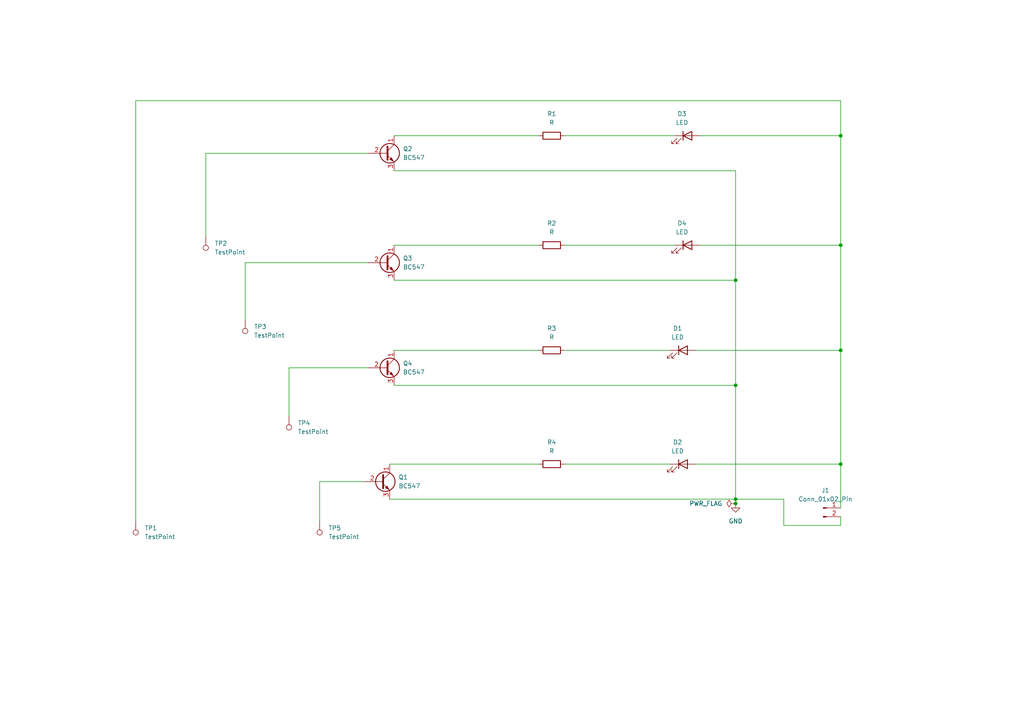
<source format=kicad_sch>
(kicad_sch
	(version 20231120)
	(generator "eeschema")
	(generator_version "8.0")
	(uuid "a649692a-c930-4aeb-967e-cb611be990bb")
	(paper "A4")
	(lib_symbols
		(symbol "Connector:Conn_01x02_Pin"
			(pin_names
				(offset 1.016) hide)
			(exclude_from_sim no)
			(in_bom yes)
			(on_board yes)
			(property "Reference" "J"
				(at 0 2.54 0)
				(effects
					(font
						(size 1.27 1.27)
					)
				)
			)
			(property "Value" "Conn_01x02_Pin"
				(at 0 -5.08 0)
				(effects
					(font
						(size 1.27 1.27)
					)
				)
			)
			(property "Footprint" ""
				(at 0 0 0)
				(effects
					(font
						(size 1.27 1.27)
					)
					(hide yes)
				)
			)
			(property "Datasheet" "~"
				(at 0 0 0)
				(effects
					(font
						(size 1.27 1.27)
					)
					(hide yes)
				)
			)
			(property "Description" "Generic connector, single row, 01x02, script generated"
				(at 0 0 0)
				(effects
					(font
						(size 1.27 1.27)
					)
					(hide yes)
				)
			)
			(property "ki_locked" ""
				(at 0 0 0)
				(effects
					(font
						(size 1.27 1.27)
					)
				)
			)
			(property "ki_keywords" "connector"
				(at 0 0 0)
				(effects
					(font
						(size 1.27 1.27)
					)
					(hide yes)
				)
			)
			(property "ki_fp_filters" "Connector*:*_1x??_*"
				(at 0 0 0)
				(effects
					(font
						(size 1.27 1.27)
					)
					(hide yes)
				)
			)
			(symbol "Conn_01x02_Pin_1_1"
				(polyline
					(pts
						(xy 1.27 -2.54) (xy 0.8636 -2.54)
					)
					(stroke
						(width 0.1524)
						(type default)
					)
					(fill
						(type none)
					)
				)
				(polyline
					(pts
						(xy 1.27 0) (xy 0.8636 0)
					)
					(stroke
						(width 0.1524)
						(type default)
					)
					(fill
						(type none)
					)
				)
				(rectangle
					(start 0.8636 -2.413)
					(end 0 -2.667)
					(stroke
						(width 0.1524)
						(type default)
					)
					(fill
						(type outline)
					)
				)
				(rectangle
					(start 0.8636 0.127)
					(end 0 -0.127)
					(stroke
						(width 0.1524)
						(type default)
					)
					(fill
						(type outline)
					)
				)
				(pin passive line
					(at 5.08 0 180)
					(length 3.81)
					(name "Pin_1"
						(effects
							(font
								(size 1.27 1.27)
							)
						)
					)
					(number "1"
						(effects
							(font
								(size 1.27 1.27)
							)
						)
					)
				)
				(pin passive line
					(at 5.08 -2.54 180)
					(length 3.81)
					(name "Pin_2"
						(effects
							(font
								(size 1.27 1.27)
							)
						)
					)
					(number "2"
						(effects
							(font
								(size 1.27 1.27)
							)
						)
					)
				)
			)
		)
		(symbol "Connector:TestPoint"
			(pin_numbers hide)
			(pin_names
				(offset 0.762) hide)
			(exclude_from_sim no)
			(in_bom yes)
			(on_board yes)
			(property "Reference" "TP"
				(at 0 6.858 0)
				(effects
					(font
						(size 1.27 1.27)
					)
				)
			)
			(property "Value" "TestPoint"
				(at 0 5.08 0)
				(effects
					(font
						(size 1.27 1.27)
					)
				)
			)
			(property "Footprint" ""
				(at 5.08 0 0)
				(effects
					(font
						(size 1.27 1.27)
					)
					(hide yes)
				)
			)
			(property "Datasheet" "~"
				(at 5.08 0 0)
				(effects
					(font
						(size 1.27 1.27)
					)
					(hide yes)
				)
			)
			(property "Description" "test point"
				(at 0 0 0)
				(effects
					(font
						(size 1.27 1.27)
					)
					(hide yes)
				)
			)
			(property "ki_keywords" "test point tp"
				(at 0 0 0)
				(effects
					(font
						(size 1.27 1.27)
					)
					(hide yes)
				)
			)
			(property "ki_fp_filters" "Pin* Test*"
				(at 0 0 0)
				(effects
					(font
						(size 1.27 1.27)
					)
					(hide yes)
				)
			)
			(symbol "TestPoint_0_1"
				(circle
					(center 0 3.302)
					(radius 0.762)
					(stroke
						(width 0)
						(type default)
					)
					(fill
						(type none)
					)
				)
			)
			(symbol "TestPoint_1_1"
				(pin passive line
					(at 0 0 90)
					(length 2.54)
					(name "1"
						(effects
							(font
								(size 1.27 1.27)
							)
						)
					)
					(number "1"
						(effects
							(font
								(size 1.27 1.27)
							)
						)
					)
				)
			)
		)
		(symbol "Device:LED"
			(pin_numbers hide)
			(pin_names
				(offset 1.016) hide)
			(exclude_from_sim no)
			(in_bom yes)
			(on_board yes)
			(property "Reference" "D"
				(at 0 2.54 0)
				(effects
					(font
						(size 1.27 1.27)
					)
				)
			)
			(property "Value" "LED"
				(at 0 -2.54 0)
				(effects
					(font
						(size 1.27 1.27)
					)
				)
			)
			(property "Footprint" ""
				(at 0 0 0)
				(effects
					(font
						(size 1.27 1.27)
					)
					(hide yes)
				)
			)
			(property "Datasheet" "~"
				(at 0 0 0)
				(effects
					(font
						(size 1.27 1.27)
					)
					(hide yes)
				)
			)
			(property "Description" "Light emitting diode"
				(at 0 0 0)
				(effects
					(font
						(size 1.27 1.27)
					)
					(hide yes)
				)
			)
			(property "ki_keywords" "LED diode"
				(at 0 0 0)
				(effects
					(font
						(size 1.27 1.27)
					)
					(hide yes)
				)
			)
			(property "ki_fp_filters" "LED* LED_SMD:* LED_THT:*"
				(at 0 0 0)
				(effects
					(font
						(size 1.27 1.27)
					)
					(hide yes)
				)
			)
			(symbol "LED_0_1"
				(polyline
					(pts
						(xy -1.27 -1.27) (xy -1.27 1.27)
					)
					(stroke
						(width 0.254)
						(type default)
					)
					(fill
						(type none)
					)
				)
				(polyline
					(pts
						(xy -1.27 0) (xy 1.27 0)
					)
					(stroke
						(width 0)
						(type default)
					)
					(fill
						(type none)
					)
				)
				(polyline
					(pts
						(xy 1.27 -1.27) (xy 1.27 1.27) (xy -1.27 0) (xy 1.27 -1.27)
					)
					(stroke
						(width 0.254)
						(type default)
					)
					(fill
						(type none)
					)
				)
				(polyline
					(pts
						(xy -3.048 -0.762) (xy -4.572 -2.286) (xy -3.81 -2.286) (xy -4.572 -2.286) (xy -4.572 -1.524)
					)
					(stroke
						(width 0)
						(type default)
					)
					(fill
						(type none)
					)
				)
				(polyline
					(pts
						(xy -1.778 -0.762) (xy -3.302 -2.286) (xy -2.54 -2.286) (xy -3.302 -2.286) (xy -3.302 -1.524)
					)
					(stroke
						(width 0)
						(type default)
					)
					(fill
						(type none)
					)
				)
			)
			(symbol "LED_1_1"
				(pin passive line
					(at -3.81 0 0)
					(length 2.54)
					(name "K"
						(effects
							(font
								(size 1.27 1.27)
							)
						)
					)
					(number "1"
						(effects
							(font
								(size 1.27 1.27)
							)
						)
					)
				)
				(pin passive line
					(at 3.81 0 180)
					(length 2.54)
					(name "A"
						(effects
							(font
								(size 1.27 1.27)
							)
						)
					)
					(number "2"
						(effects
							(font
								(size 1.27 1.27)
							)
						)
					)
				)
			)
		)
		(symbol "Device:R"
			(pin_numbers hide)
			(pin_names
				(offset 0)
			)
			(exclude_from_sim no)
			(in_bom yes)
			(on_board yes)
			(property "Reference" "R"
				(at 2.032 0 90)
				(effects
					(font
						(size 1.27 1.27)
					)
				)
			)
			(property "Value" "R"
				(at 0 0 90)
				(effects
					(font
						(size 1.27 1.27)
					)
				)
			)
			(property "Footprint" ""
				(at -1.778 0 90)
				(effects
					(font
						(size 1.27 1.27)
					)
					(hide yes)
				)
			)
			(property "Datasheet" "~"
				(at 0 0 0)
				(effects
					(font
						(size 1.27 1.27)
					)
					(hide yes)
				)
			)
			(property "Description" "Resistor"
				(at 0 0 0)
				(effects
					(font
						(size 1.27 1.27)
					)
					(hide yes)
				)
			)
			(property "ki_keywords" "R res resistor"
				(at 0 0 0)
				(effects
					(font
						(size 1.27 1.27)
					)
					(hide yes)
				)
			)
			(property "ki_fp_filters" "R_*"
				(at 0 0 0)
				(effects
					(font
						(size 1.27 1.27)
					)
					(hide yes)
				)
			)
			(symbol "R_0_1"
				(rectangle
					(start -1.016 -2.54)
					(end 1.016 2.54)
					(stroke
						(width 0.254)
						(type default)
					)
					(fill
						(type none)
					)
				)
			)
			(symbol "R_1_1"
				(pin passive line
					(at 0 3.81 270)
					(length 1.27)
					(name "~"
						(effects
							(font
								(size 1.27 1.27)
							)
						)
					)
					(number "1"
						(effects
							(font
								(size 1.27 1.27)
							)
						)
					)
				)
				(pin passive line
					(at 0 -3.81 90)
					(length 1.27)
					(name "~"
						(effects
							(font
								(size 1.27 1.27)
							)
						)
					)
					(number "2"
						(effects
							(font
								(size 1.27 1.27)
							)
						)
					)
				)
			)
		)
		(symbol "Transistor_BJT:BC547"
			(pin_names
				(offset 0) hide)
			(exclude_from_sim no)
			(in_bom yes)
			(on_board yes)
			(property "Reference" "Q"
				(at 5.08 1.905 0)
				(effects
					(font
						(size 1.27 1.27)
					)
					(justify left)
				)
			)
			(property "Value" "BC547"
				(at 5.08 0 0)
				(effects
					(font
						(size 1.27 1.27)
					)
					(justify left)
				)
			)
			(property "Footprint" "Package_TO_SOT_THT:TO-92_Inline"
				(at 5.08 -1.905 0)
				(effects
					(font
						(size 1.27 1.27)
						(italic yes)
					)
					(justify left)
					(hide yes)
				)
			)
			(property "Datasheet" "https://www.onsemi.com/pub/Collateral/BC550-D.pdf"
				(at 0 0 0)
				(effects
					(font
						(size 1.27 1.27)
					)
					(justify left)
					(hide yes)
				)
			)
			(property "Description" "0.1A Ic, 45V Vce, Small Signal NPN Transistor, TO-92"
				(at 0 0 0)
				(effects
					(font
						(size 1.27 1.27)
					)
					(hide yes)
				)
			)
			(property "ki_keywords" "NPN Transistor"
				(at 0 0 0)
				(effects
					(font
						(size 1.27 1.27)
					)
					(hide yes)
				)
			)
			(property "ki_fp_filters" "TO?92*"
				(at 0 0 0)
				(effects
					(font
						(size 1.27 1.27)
					)
					(hide yes)
				)
			)
			(symbol "BC547_0_1"
				(polyline
					(pts
						(xy 0 0) (xy 0.635 0)
					)
					(stroke
						(width 0)
						(type default)
					)
					(fill
						(type none)
					)
				)
				(polyline
					(pts
						(xy 0.635 0.635) (xy 2.54 2.54)
					)
					(stroke
						(width 0)
						(type default)
					)
					(fill
						(type none)
					)
				)
				(polyline
					(pts
						(xy 0.635 -0.635) (xy 2.54 -2.54) (xy 2.54 -2.54)
					)
					(stroke
						(width 0)
						(type default)
					)
					(fill
						(type none)
					)
				)
				(polyline
					(pts
						(xy 0.635 1.905) (xy 0.635 -1.905) (xy 0.635 -1.905)
					)
					(stroke
						(width 0.508)
						(type default)
					)
					(fill
						(type none)
					)
				)
				(polyline
					(pts
						(xy 1.27 -1.778) (xy 1.778 -1.27) (xy 2.286 -2.286) (xy 1.27 -1.778) (xy 1.27 -1.778)
					)
					(stroke
						(width 0)
						(type default)
					)
					(fill
						(type outline)
					)
				)
				(circle
					(center 1.27 0)
					(radius 2.8194)
					(stroke
						(width 0.254)
						(type default)
					)
					(fill
						(type none)
					)
				)
			)
			(symbol "BC547_1_1"
				(pin passive line
					(at 2.54 5.08 270)
					(length 2.54)
					(name "C"
						(effects
							(font
								(size 1.27 1.27)
							)
						)
					)
					(number "1"
						(effects
							(font
								(size 1.27 1.27)
							)
						)
					)
				)
				(pin input line
					(at -5.08 0 0)
					(length 5.08)
					(name "B"
						(effects
							(font
								(size 1.27 1.27)
							)
						)
					)
					(number "2"
						(effects
							(font
								(size 1.27 1.27)
							)
						)
					)
				)
				(pin passive line
					(at 2.54 -5.08 90)
					(length 2.54)
					(name "E"
						(effects
							(font
								(size 1.27 1.27)
							)
						)
					)
					(number "3"
						(effects
							(font
								(size 1.27 1.27)
							)
						)
					)
				)
			)
		)
		(symbol "power:GND"
			(power)
			(pin_numbers hide)
			(pin_names
				(offset 0) hide)
			(exclude_from_sim no)
			(in_bom yes)
			(on_board yes)
			(property "Reference" "#PWR"
				(at 0 -6.35 0)
				(effects
					(font
						(size 1.27 1.27)
					)
					(hide yes)
				)
			)
			(property "Value" "GND"
				(at 0 -3.81 0)
				(effects
					(font
						(size 1.27 1.27)
					)
				)
			)
			(property "Footprint" ""
				(at 0 0 0)
				(effects
					(font
						(size 1.27 1.27)
					)
					(hide yes)
				)
			)
			(property "Datasheet" ""
				(at 0 0 0)
				(effects
					(font
						(size 1.27 1.27)
					)
					(hide yes)
				)
			)
			(property "Description" "Power symbol creates a global label with name \"GND\" , ground"
				(at 0 0 0)
				(effects
					(font
						(size 1.27 1.27)
					)
					(hide yes)
				)
			)
			(property "ki_keywords" "global power"
				(at 0 0 0)
				(effects
					(font
						(size 1.27 1.27)
					)
					(hide yes)
				)
			)
			(symbol "GND_0_1"
				(polyline
					(pts
						(xy 0 0) (xy 0 -1.27) (xy 1.27 -1.27) (xy 0 -2.54) (xy -1.27 -1.27) (xy 0 -1.27)
					)
					(stroke
						(width 0)
						(type default)
					)
					(fill
						(type none)
					)
				)
			)
			(symbol "GND_1_1"
				(pin power_in line
					(at 0 0 270)
					(length 0)
					(name "~"
						(effects
							(font
								(size 1.27 1.27)
							)
						)
					)
					(number "1"
						(effects
							(font
								(size 1.27 1.27)
							)
						)
					)
				)
			)
		)
		(symbol "power:PWR_FLAG"
			(power)
			(pin_numbers hide)
			(pin_names
				(offset 0) hide)
			(exclude_from_sim no)
			(in_bom yes)
			(on_board yes)
			(property "Reference" "#FLG"
				(at 0 1.905 0)
				(effects
					(font
						(size 1.27 1.27)
					)
					(hide yes)
				)
			)
			(property "Value" "PWR_FLAG"
				(at 0 3.81 0)
				(effects
					(font
						(size 1.27 1.27)
					)
				)
			)
			(property "Footprint" ""
				(at 0 0 0)
				(effects
					(font
						(size 1.27 1.27)
					)
					(hide yes)
				)
			)
			(property "Datasheet" "~"
				(at 0 0 0)
				(effects
					(font
						(size 1.27 1.27)
					)
					(hide yes)
				)
			)
			(property "Description" "Special symbol for telling ERC where power comes from"
				(at 0 0 0)
				(effects
					(font
						(size 1.27 1.27)
					)
					(hide yes)
				)
			)
			(property "ki_keywords" "flag power"
				(at 0 0 0)
				(effects
					(font
						(size 1.27 1.27)
					)
					(hide yes)
				)
			)
			(symbol "PWR_FLAG_0_0"
				(pin power_out line
					(at 0 0 90)
					(length 0)
					(name "~"
						(effects
							(font
								(size 1.27 1.27)
							)
						)
					)
					(number "1"
						(effects
							(font
								(size 1.27 1.27)
							)
						)
					)
				)
			)
			(symbol "PWR_FLAG_0_1"
				(polyline
					(pts
						(xy 0 0) (xy 0 1.27) (xy -1.016 1.905) (xy 0 2.54) (xy 1.016 1.905) (xy 0 1.27)
					)
					(stroke
						(width 0)
						(type default)
					)
					(fill
						(type none)
					)
				)
			)
		)
	)
	(junction
		(at 213.36 81.28)
		(diameter 0)
		(color 0 0 0 0)
		(uuid "0f30c982-7434-46e2-9588-24caf832c5ba")
	)
	(junction
		(at 213.36 111.76)
		(diameter 0)
		(color 0 0 0 0)
		(uuid "440772c5-500f-429a-ab51-ca84ff9f43ab")
	)
	(junction
		(at 243.84 39.37)
		(diameter 0)
		(color 0 0 0 0)
		(uuid "7d3665c5-653b-41cb-b748-0e23969ab34b")
	)
	(junction
		(at 243.84 101.6)
		(diameter 0)
		(color 0 0 0 0)
		(uuid "c01200e0-0ab5-4f2e-911f-a90abe02e43f")
	)
	(junction
		(at 243.84 134.62)
		(diameter 0)
		(color 0 0 0 0)
		(uuid "cc335c6c-ae37-4488-a621-dc00205faa8e")
	)
	(junction
		(at 213.36 146.05)
		(diameter 0)
		(color 0 0 0 0)
		(uuid "d5fb3e09-0f57-4605-9db7-9e3d9c902c6a")
	)
	(junction
		(at 243.84 71.12)
		(diameter 0)
		(color 0 0 0 0)
		(uuid "d7b62b42-c01d-4cea-9324-96ffced741c0")
	)
	(junction
		(at 213.36 144.78)
		(diameter 0)
		(color 0 0 0 0)
		(uuid "d9edbbb2-0daa-4ec3-a7e9-3ecb9854eae1")
	)
	(wire
		(pts
			(xy 114.3 39.37) (xy 156.21 39.37)
		)
		(stroke
			(width 0)
			(type default)
		)
		(uuid "070242e8-5ad5-43a4-81fa-e1269946b5b8")
	)
	(wire
		(pts
			(xy 213.36 144.78) (xy 227.33 144.78)
		)
		(stroke
			(width 0)
			(type default)
		)
		(uuid "0ee26c1d-d467-46e3-bdc5-22788cf1db01")
	)
	(wire
		(pts
			(xy 105.41 139.7) (xy 92.71 139.7)
		)
		(stroke
			(width 0)
			(type default)
		)
		(uuid "1fc1e94c-ee9e-4983-8651-7562b5bd13dc")
	)
	(wire
		(pts
			(xy 227.33 152.4) (xy 243.84 152.4)
		)
		(stroke
			(width 0)
			(type default)
		)
		(uuid "2bfea9a8-234a-4a8a-82f8-195808f94593")
	)
	(wire
		(pts
			(xy 59.69 44.45) (xy 59.69 68.58)
		)
		(stroke
			(width 0)
			(type default)
		)
		(uuid "2cc9cd4a-fbbe-4d3b-826d-ad0890578a27")
	)
	(wire
		(pts
			(xy 163.83 39.37) (xy 195.58 39.37)
		)
		(stroke
			(width 0)
			(type default)
		)
		(uuid "305bb4eb-bd87-4ab0-b9d4-de627c4aa8fb")
	)
	(wire
		(pts
			(xy 243.84 29.21) (xy 39.37 29.21)
		)
		(stroke
			(width 0)
			(type default)
		)
		(uuid "31abc15e-d926-4b90-8778-9e6cebb5cec0")
	)
	(wire
		(pts
			(xy 114.3 71.12) (xy 156.21 71.12)
		)
		(stroke
			(width 0)
			(type default)
		)
		(uuid "33f1ac6d-eea3-49a4-b948-d134a606c2e4")
	)
	(wire
		(pts
			(xy 213.36 81.28) (xy 213.36 111.76)
		)
		(stroke
			(width 0)
			(type default)
		)
		(uuid "39e184ef-e0bb-4f74-997e-7515ef661497")
	)
	(wire
		(pts
			(xy 114.3 101.6) (xy 156.21 101.6)
		)
		(stroke
			(width 0)
			(type default)
		)
		(uuid "3b7d26da-ca32-4279-b2c2-a64b2663eca8")
	)
	(wire
		(pts
			(xy 113.03 134.62) (xy 156.21 134.62)
		)
		(stroke
			(width 0)
			(type default)
		)
		(uuid "3f824dc6-ba27-4d3a-b368-7b8253ee9fcd")
	)
	(wire
		(pts
			(xy 243.84 71.12) (xy 243.84 101.6)
		)
		(stroke
			(width 0)
			(type default)
		)
		(uuid "3f98304a-15dd-4cff-908b-992b53f077d0")
	)
	(wire
		(pts
			(xy 213.36 144.78) (xy 213.36 146.05)
		)
		(stroke
			(width 0)
			(type default)
		)
		(uuid "44bf1cf0-de8b-4fe2-adf5-3be67f62a4b9")
	)
	(wire
		(pts
			(xy 163.83 101.6) (xy 194.31 101.6)
		)
		(stroke
			(width 0)
			(type default)
		)
		(uuid "4a285cf4-4326-49fd-897f-4a527550a113")
	)
	(wire
		(pts
			(xy 203.2 71.12) (xy 243.84 71.12)
		)
		(stroke
			(width 0)
			(type default)
		)
		(uuid "4c7646f2-d9c4-4de6-abc1-56db3acba813")
	)
	(wire
		(pts
			(xy 163.83 134.62) (xy 194.31 134.62)
		)
		(stroke
			(width 0)
			(type default)
		)
		(uuid "5134fcd1-258e-4c81-bf81-b3c97f0df87e")
	)
	(wire
		(pts
			(xy 106.68 106.68) (xy 83.82 106.68)
		)
		(stroke
			(width 0)
			(type default)
		)
		(uuid "57f95ad0-cd34-4218-9f01-30038583c102")
	)
	(wire
		(pts
			(xy 106.68 76.2) (xy 71.12 76.2)
		)
		(stroke
			(width 0)
			(type default)
		)
		(uuid "68382184-0203-4408-a465-ee2f9d8af35a")
	)
	(wire
		(pts
			(xy 39.37 29.21) (xy 39.37 151.13)
		)
		(stroke
			(width 0)
			(type default)
		)
		(uuid "70f521c3-d0e4-49a1-8979-db58aefa8074")
	)
	(wire
		(pts
			(xy 201.93 134.62) (xy 243.84 134.62)
		)
		(stroke
			(width 0)
			(type default)
		)
		(uuid "7a0ce0ae-1bd0-432d-8429-2202fd6f8874")
	)
	(wire
		(pts
			(xy 243.84 134.62) (xy 243.84 147.32)
		)
		(stroke
			(width 0)
			(type default)
		)
		(uuid "88f4bb37-61fa-4f25-982d-c6e419a69a24")
	)
	(wire
		(pts
			(xy 213.36 49.53) (xy 213.36 81.28)
		)
		(stroke
			(width 0)
			(type default)
		)
		(uuid "8cb095fc-dcc5-4cc0-9141-664c4c046d77")
	)
	(wire
		(pts
			(xy 71.12 76.2) (xy 71.12 92.71)
		)
		(stroke
			(width 0)
			(type default)
		)
		(uuid "96dba411-943d-4775-a63f-9f69e2a40e16")
	)
	(wire
		(pts
			(xy 106.68 44.45) (xy 59.69 44.45)
		)
		(stroke
			(width 0)
			(type default)
		)
		(uuid "aa9e0f06-50e1-442a-90ae-8cefd087caf8")
	)
	(wire
		(pts
			(xy 114.3 81.28) (xy 213.36 81.28)
		)
		(stroke
			(width 0)
			(type default)
		)
		(uuid "ab0b127e-8a77-4a7c-8d03-a2d5d89ed297")
	)
	(wire
		(pts
			(xy 243.84 101.6) (xy 243.84 134.62)
		)
		(stroke
			(width 0)
			(type default)
		)
		(uuid "ac213590-f1ea-4b24-9dbb-361d7927410a")
	)
	(wire
		(pts
			(xy 201.93 101.6) (xy 243.84 101.6)
		)
		(stroke
			(width 0)
			(type default)
		)
		(uuid "ad7ff1dd-b09a-45c1-b81a-4fe0414256c2")
	)
	(wire
		(pts
			(xy 243.84 152.4) (xy 243.84 149.86)
		)
		(stroke
			(width 0)
			(type default)
		)
		(uuid "ba03bb5e-ab6c-45b9-93be-55597a4d9729")
	)
	(wire
		(pts
			(xy 213.36 111.76) (xy 213.36 144.78)
		)
		(stroke
			(width 0)
			(type default)
		)
		(uuid "bd51229e-96ba-42f0-8e92-5c9788850497")
	)
	(wire
		(pts
			(xy 163.83 71.12) (xy 195.58 71.12)
		)
		(stroke
			(width 0)
			(type default)
		)
		(uuid "c6cf9621-2451-4e25-bbf9-677735ad6e83")
	)
	(wire
		(pts
			(xy 92.71 139.7) (xy 92.71 151.13)
		)
		(stroke
			(width 0)
			(type default)
		)
		(uuid "cdfcc754-deb4-4d99-931b-2eff5015cc0c")
	)
	(wire
		(pts
			(xy 243.84 39.37) (xy 243.84 71.12)
		)
		(stroke
			(width 0)
			(type default)
		)
		(uuid "ddf71ac2-a77b-4286-baa9-8672b4a2adf5")
	)
	(wire
		(pts
			(xy 83.82 106.68) (xy 83.82 120.65)
		)
		(stroke
			(width 0)
			(type default)
		)
		(uuid "e834c2d0-fc0f-401e-ae20-1ff2a7bf5e4c")
	)
	(wire
		(pts
			(xy 114.3 111.76) (xy 213.36 111.76)
		)
		(stroke
			(width 0)
			(type default)
		)
		(uuid "ee1f3995-1da7-43ff-b3fa-2cc6c951944a")
	)
	(wire
		(pts
			(xy 113.03 144.78) (xy 213.36 144.78)
		)
		(stroke
			(width 0)
			(type default)
		)
		(uuid "f35dbb87-721b-4719-8986-e986657e7b7d")
	)
	(wire
		(pts
			(xy 114.3 49.53) (xy 213.36 49.53)
		)
		(stroke
			(width 0)
			(type default)
		)
		(uuid "f95e28aa-8d45-40c6-92a8-de0d59d4d12d")
	)
	(wire
		(pts
			(xy 227.33 144.78) (xy 227.33 152.4)
		)
		(stroke
			(width 0)
			(type default)
		)
		(uuid "fb488b91-405e-4444-b52e-b8f14148c081")
	)
	(wire
		(pts
			(xy 203.2 39.37) (xy 243.84 39.37)
		)
		(stroke
			(width 0)
			(type default)
		)
		(uuid "fba0c02c-c357-483f-bfdc-8347e06af9a1")
	)
	(wire
		(pts
			(xy 243.84 39.37) (xy 243.84 29.21)
		)
		(stroke
			(width 0)
			(type default)
		)
		(uuid "fc872be7-5718-4f17-8f32-7196cc372daf")
	)
	(symbol
		(lib_id "Transistor_BJT:BC547")
		(at 111.76 106.68 0)
		(unit 1)
		(exclude_from_sim no)
		(in_bom yes)
		(on_board yes)
		(dnp no)
		(fields_autoplaced yes)
		(uuid "0c2e34f9-2a44-4970-b308-a8146ee189a2")
		(property "Reference" "Q4"
			(at 116.84 105.4099 0)
			(effects
				(font
					(size 1.27 1.27)
				)
				(justify left)
			)
		)
		(property "Value" "BC547"
			(at 116.84 107.9499 0)
			(effects
				(font
					(size 1.27 1.27)
				)
				(justify left)
			)
		)
		(property "Footprint" "Package_TO_SOT_THT:TO-92_Inline_Wide"
			(at 116.84 108.585 0)
			(effects
				(font
					(size 1.27 1.27)
					(italic yes)
				)
				(justify left)
				(hide yes)
			)
		)
		(property "Datasheet" "https://www.onsemi.com/pub/Collateral/BC550-D.pdf"
			(at 111.76 106.68 0)
			(effects
				(font
					(size 1.27 1.27)
				)
				(justify left)
				(hide yes)
			)
		)
		(property "Description" "0.1A Ic, 45V Vce, Small Signal NPN Transistor, TO-92"
			(at 111.76 106.68 0)
			(effects
				(font
					(size 1.27 1.27)
				)
				(hide yes)
			)
		)
		(pin "3"
			(uuid "6a754e79-036c-4eac-adee-f277568f9663")
		)
		(pin "1"
			(uuid "cabf254f-e2e5-4713-b08b-b054e87ca138")
		)
		(pin "2"
			(uuid "66efbfda-4caf-4aa6-96c8-8cd96749364a")
		)
		(instances
			(project "shivani_pcbssss"
				(path "/a649692a-c930-4aeb-967e-cb611be990bb"
					(reference "Q4")
					(unit 1)
				)
			)
		)
	)
	(symbol
		(lib_id "Connector:TestPoint")
		(at 71.12 92.71 180)
		(unit 1)
		(exclude_from_sim no)
		(in_bom yes)
		(on_board yes)
		(dnp no)
		(fields_autoplaced yes)
		(uuid "115870a5-92cf-44e9-8c1b-33903da0e5c3")
		(property "Reference" "TP3"
			(at 73.66 94.7419 0)
			(effects
				(font
					(size 1.27 1.27)
				)
				(justify right)
			)
		)
		(property "Value" "TestPoint"
			(at 73.66 97.2819 0)
			(effects
				(font
					(size 1.27 1.27)
				)
				(justify right)
			)
		)
		(property "Footprint" "TestPoint:TestPoint_Pad_D3.0mm"
			(at 66.04 92.71 0)
			(effects
				(font
					(size 1.27 1.27)
				)
				(hide yes)
			)
		)
		(property "Datasheet" "~"
			(at 66.04 92.71 0)
			(effects
				(font
					(size 1.27 1.27)
				)
				(hide yes)
			)
		)
		(property "Description" "test point"
			(at 71.12 92.71 0)
			(effects
				(font
					(size 1.27 1.27)
				)
				(hide yes)
			)
		)
		(pin "1"
			(uuid "b8a02af8-2574-46ef-835c-0f0ede007dde")
		)
		(instances
			(project "shivani_pcbssss"
				(path "/a649692a-c930-4aeb-967e-cb611be990bb"
					(reference "TP3")
					(unit 1)
				)
			)
		)
	)
	(symbol
		(lib_id "Transistor_BJT:BC547")
		(at 111.76 44.45 0)
		(unit 1)
		(exclude_from_sim no)
		(in_bom yes)
		(on_board yes)
		(dnp no)
		(fields_autoplaced yes)
		(uuid "216fb788-e3b7-4033-b994-9e67ad00ed31")
		(property "Reference" "Q2"
			(at 116.84 43.1799 0)
			(effects
				(font
					(size 1.27 1.27)
				)
				(justify left)
			)
		)
		(property "Value" "BC547"
			(at 116.84 45.7199 0)
			(effects
				(font
					(size 1.27 1.27)
				)
				(justify left)
			)
		)
		(property "Footprint" "Package_TO_SOT_THT:TO-92_Inline_Wide"
			(at 116.84 46.355 0)
			(effects
				(font
					(size 1.27 1.27)
					(italic yes)
				)
				(justify left)
				(hide yes)
			)
		)
		(property "Datasheet" "https://www.onsemi.com/pub/Collateral/BC550-D.pdf"
			(at 111.76 44.45 0)
			(effects
				(font
					(size 1.27 1.27)
				)
				(justify left)
				(hide yes)
			)
		)
		(property "Description" "0.1A Ic, 45V Vce, Small Signal NPN Transistor, TO-92"
			(at 111.76 44.45 0)
			(effects
				(font
					(size 1.27 1.27)
				)
				(hide yes)
			)
		)
		(pin "1"
			(uuid "05dbca70-c97d-4ebc-bfe3-a12938330353")
		)
		(pin "3"
			(uuid "a3b1ef1f-01b1-4a5f-bcf8-fbbbb0769428")
		)
		(pin "2"
			(uuid "113ee518-f4c5-46cc-947c-cf6cb1cb3b58")
		)
		(instances
			(project "shivani_pcbssss"
				(path "/a649692a-c930-4aeb-967e-cb611be990bb"
					(reference "Q2")
					(unit 1)
				)
			)
		)
	)
	(symbol
		(lib_id "Device:R")
		(at 160.02 101.6 90)
		(unit 1)
		(exclude_from_sim no)
		(in_bom yes)
		(on_board yes)
		(dnp no)
		(fields_autoplaced yes)
		(uuid "23caddbb-4a13-4b9e-9e58-a21904508394")
		(property "Reference" "R3"
			(at 160.02 95.25 90)
			(effects
				(font
					(size 1.27 1.27)
				)
			)
		)
		(property "Value" "R"
			(at 160.02 97.79 90)
			(effects
				(font
					(size 1.27 1.27)
				)
			)
		)
		(property "Footprint" "Resistor_THT:R_Axial_DIN0207_L6.3mm_D2.5mm_P10.16mm_Horizontal"
			(at 160.02 103.378 90)
			(effects
				(font
					(size 1.27 1.27)
				)
				(hide yes)
			)
		)
		(property "Datasheet" "~"
			(at 160.02 101.6 0)
			(effects
				(font
					(size 1.27 1.27)
				)
				(hide yes)
			)
		)
		(property "Description" "Resistor"
			(at 160.02 101.6 0)
			(effects
				(font
					(size 1.27 1.27)
				)
				(hide yes)
			)
		)
		(pin "1"
			(uuid "a2b12d02-d357-419d-b8ce-0a0b659980ef")
		)
		(pin "2"
			(uuid "8a487b38-6ff6-4a53-aa33-54ae38163ff5")
		)
		(instances
			(project "shivani_pcbssss"
				(path "/a649692a-c930-4aeb-967e-cb611be990bb"
					(reference "R3")
					(unit 1)
				)
			)
		)
	)
	(symbol
		(lib_id "Transistor_BJT:BC547")
		(at 110.49 139.7 0)
		(unit 1)
		(exclude_from_sim no)
		(in_bom yes)
		(on_board yes)
		(dnp no)
		(fields_autoplaced yes)
		(uuid "28d7b869-f49d-4d28-af75-005357602d3e")
		(property "Reference" "Q1"
			(at 115.57 138.4299 0)
			(effects
				(font
					(size 1.27 1.27)
				)
				(justify left)
			)
		)
		(property "Value" "BC547"
			(at 115.57 140.9699 0)
			(effects
				(font
					(size 1.27 1.27)
				)
				(justify left)
			)
		)
		(property "Footprint" "Package_TO_SOT_THT:TO-92_Inline_Wide"
			(at 115.57 141.605 0)
			(effects
				(font
					(size 1.27 1.27)
					(italic yes)
				)
				(justify left)
				(hide yes)
			)
		)
		(property "Datasheet" "https://www.onsemi.com/pub/Collateral/BC550-D.pdf"
			(at 110.49 139.7 0)
			(effects
				(font
					(size 1.27 1.27)
				)
				(justify left)
				(hide yes)
			)
		)
		(property "Description" "0.1A Ic, 45V Vce, Small Signal NPN Transistor, TO-92"
			(at 110.49 139.7 0)
			(effects
				(font
					(size 1.27 1.27)
				)
				(hide yes)
			)
		)
		(pin "2"
			(uuid "e8f7c602-f8b2-4e97-a0f2-c9377582a110")
		)
		(pin "3"
			(uuid "2b706ba3-c8d5-4201-9266-ebd45469f84c")
		)
		(pin "1"
			(uuid "b8e4d9ac-e147-4116-a88b-80471fc58d29")
		)
		(instances
			(project "shivani_pcbssss"
				(path "/a649692a-c930-4aeb-967e-cb611be990bb"
					(reference "Q1")
					(unit 1)
				)
			)
		)
	)
	(symbol
		(lib_id "Device:LED")
		(at 199.39 39.37 0)
		(unit 1)
		(exclude_from_sim no)
		(in_bom yes)
		(on_board yes)
		(dnp no)
		(fields_autoplaced yes)
		(uuid "36176564-c323-4c9d-a926-30d3e7707e84")
		(property "Reference" "D3"
			(at 197.8025 33.02 0)
			(effects
				(font
					(size 1.27 1.27)
				)
			)
		)
		(property "Value" "LED"
			(at 197.8025 35.56 0)
			(effects
				(font
					(size 1.27 1.27)
				)
			)
		)
		(property "Footprint" "LED_THT:LED_D5.0mm_IRBlack"
			(at 199.39 39.37 0)
			(effects
				(font
					(size 1.27 1.27)
				)
				(hide yes)
			)
		)
		(property "Datasheet" "~"
			(at 199.39 39.37 0)
			(effects
				(font
					(size 1.27 1.27)
				)
				(hide yes)
			)
		)
		(property "Description" "Light emitting diode"
			(at 199.39 39.37 0)
			(effects
				(font
					(size 1.27 1.27)
				)
				(hide yes)
			)
		)
		(pin "2"
			(uuid "b4a526bc-e20f-44d9-958f-6a88155c94c6")
		)
		(pin "1"
			(uuid "808a731c-f370-47ba-b1bd-870b73644ecf")
		)
		(instances
			(project "shivani_pcbssss"
				(path "/a649692a-c930-4aeb-967e-cb611be990bb"
					(reference "D3")
					(unit 1)
				)
			)
		)
	)
	(symbol
		(lib_id "Connector:TestPoint")
		(at 39.37 151.13 180)
		(unit 1)
		(exclude_from_sim no)
		(in_bom yes)
		(on_board yes)
		(dnp no)
		(fields_autoplaced yes)
		(uuid "4bada2a3-5501-4211-b309-5384eda3b30a")
		(property "Reference" "TP1"
			(at 41.91 153.1619 0)
			(effects
				(font
					(size 1.27 1.27)
				)
				(justify right)
			)
		)
		(property "Value" "TestPoint"
			(at 41.91 155.7019 0)
			(effects
				(font
					(size 1.27 1.27)
				)
				(justify right)
			)
		)
		(property "Footprint" "TestPoint:TestPoint_Pad_D3.0mm"
			(at 34.29 151.13 0)
			(effects
				(font
					(size 1.27 1.27)
				)
				(hide yes)
			)
		)
		(property "Datasheet" "~"
			(at 34.29 151.13 0)
			(effects
				(font
					(size 1.27 1.27)
				)
				(hide yes)
			)
		)
		(property "Description" "test point"
			(at 39.37 151.13 0)
			(effects
				(font
					(size 1.27 1.27)
				)
				(hide yes)
			)
		)
		(pin "1"
			(uuid "a97d339e-83c6-495e-a93d-f2aa74367a75")
		)
		(instances
			(project "shivani_pcbssss"
				(path "/a649692a-c930-4aeb-967e-cb611be990bb"
					(reference "TP1")
					(unit 1)
				)
			)
		)
	)
	(symbol
		(lib_id "Device:LED")
		(at 198.12 101.6 0)
		(unit 1)
		(exclude_from_sim no)
		(in_bom yes)
		(on_board yes)
		(dnp no)
		(fields_autoplaced yes)
		(uuid "4edf5296-206b-4446-97e6-a8f919015895")
		(property "Reference" "D1"
			(at 196.5325 95.25 0)
			(effects
				(font
					(size 1.27 1.27)
				)
			)
		)
		(property "Value" "LED"
			(at 196.5325 97.79 0)
			(effects
				(font
					(size 1.27 1.27)
				)
			)
		)
		(property "Footprint" "LED_THT:LED_D5.0mm_IRBlack"
			(at 198.12 101.6 0)
			(effects
				(font
					(size 1.27 1.27)
				)
				(hide yes)
			)
		)
		(property "Datasheet" "~"
			(at 198.12 101.6 0)
			(effects
				(font
					(size 1.27 1.27)
				)
				(hide yes)
			)
		)
		(property "Description" "Light emitting diode"
			(at 198.12 101.6 0)
			(effects
				(font
					(size 1.27 1.27)
				)
				(hide yes)
			)
		)
		(pin "2"
			(uuid "29a0f71a-e7dc-48f5-a6cb-d047fac2aef6")
		)
		(pin "1"
			(uuid "bb39fab4-b8ae-41ac-aad4-76623c912d33")
		)
		(instances
			(project "shivani_pcbssss"
				(path "/a649692a-c930-4aeb-967e-cb611be990bb"
					(reference "D1")
					(unit 1)
				)
			)
		)
	)
	(symbol
		(lib_id "power:PWR_FLAG")
		(at 213.36 146.05 90)
		(unit 1)
		(exclude_from_sim no)
		(in_bom yes)
		(on_board yes)
		(dnp no)
		(fields_autoplaced yes)
		(uuid "5c7ccab0-53ac-4599-b39d-25c573ccc0b4")
		(property "Reference" "#FLG01"
			(at 211.455 146.05 0)
			(effects
				(font
					(size 1.27 1.27)
				)
				(hide yes)
			)
		)
		(property "Value" "PWR_FLAG"
			(at 209.55 146.0499 90)
			(effects
				(font
					(size 1.27 1.27)
				)
				(justify left)
			)
		)
		(property "Footprint" ""
			(at 213.36 146.05 0)
			(effects
				(font
					(size 1.27 1.27)
				)
				(hide yes)
			)
		)
		(property "Datasheet" "~"
			(at 213.36 146.05 0)
			(effects
				(font
					(size 1.27 1.27)
				)
				(hide yes)
			)
		)
		(property "Description" "Special symbol for telling ERC where power comes from"
			(at 213.36 146.05 0)
			(effects
				(font
					(size 1.27 1.27)
				)
				(hide yes)
			)
		)
		(pin "1"
			(uuid "46b78c28-454c-4308-a21d-ffd3beff202e")
		)
		(instances
			(project "shivani_pcbssss"
				(path "/a649692a-c930-4aeb-967e-cb611be990bb"
					(reference "#FLG01")
					(unit 1)
				)
			)
		)
	)
	(symbol
		(lib_id "Device:LED")
		(at 199.39 71.12 0)
		(unit 1)
		(exclude_from_sim no)
		(in_bom yes)
		(on_board yes)
		(dnp no)
		(fields_autoplaced yes)
		(uuid "5faf9b7a-71fa-4aff-85d9-14748228deb3")
		(property "Reference" "D4"
			(at 197.8025 64.77 0)
			(effects
				(font
					(size 1.27 1.27)
				)
			)
		)
		(property "Value" "LED"
			(at 197.8025 67.31 0)
			(effects
				(font
					(size 1.27 1.27)
				)
			)
		)
		(property "Footprint" "LED_THT:LED_D5.0mm_IRBlack"
			(at 199.39 71.12 0)
			(effects
				(font
					(size 1.27 1.27)
				)
				(hide yes)
			)
		)
		(property "Datasheet" "~"
			(at 199.39 71.12 0)
			(effects
				(font
					(size 1.27 1.27)
				)
				(hide yes)
			)
		)
		(property "Description" "Light emitting diode"
			(at 199.39 71.12 0)
			(effects
				(font
					(size 1.27 1.27)
				)
				(hide yes)
			)
		)
		(pin "1"
			(uuid "2af6f1e4-bda9-4432-af62-be352ad522a6")
		)
		(pin "2"
			(uuid "2eb5d5c7-35c3-4241-8825-1356b176c804")
		)
		(instances
			(project "shivani_pcbssss"
				(path "/a649692a-c930-4aeb-967e-cb611be990bb"
					(reference "D4")
					(unit 1)
				)
			)
		)
	)
	(symbol
		(lib_id "Device:R")
		(at 160.02 134.62 90)
		(unit 1)
		(exclude_from_sim no)
		(in_bom yes)
		(on_board yes)
		(dnp no)
		(fields_autoplaced yes)
		(uuid "5fe04b69-e189-4e92-b86c-f14b272100f7")
		(property "Reference" "R4"
			(at 160.02 128.27 90)
			(effects
				(font
					(size 1.27 1.27)
				)
			)
		)
		(property "Value" "R"
			(at 160.02 130.81 90)
			(effects
				(font
					(size 1.27 1.27)
				)
			)
		)
		(property "Footprint" "Resistor_THT:R_Axial_DIN0207_L6.3mm_D2.5mm_P10.16mm_Horizontal"
			(at 160.02 136.398 90)
			(effects
				(font
					(size 1.27 1.27)
				)
				(hide yes)
			)
		)
		(property "Datasheet" "~"
			(at 160.02 134.62 0)
			(effects
				(font
					(size 1.27 1.27)
				)
				(hide yes)
			)
		)
		(property "Description" "Resistor"
			(at 160.02 134.62 0)
			(effects
				(font
					(size 1.27 1.27)
				)
				(hide yes)
			)
		)
		(pin "1"
			(uuid "87994cdb-6dfb-4480-8fcc-4a5069624837")
		)
		(pin "2"
			(uuid "13e3ca03-d124-4737-8740-f123278158a4")
		)
		(instances
			(project "shivani_pcbssss"
				(path "/a649692a-c930-4aeb-967e-cb611be990bb"
					(reference "R4")
					(unit 1)
				)
			)
		)
	)
	(symbol
		(lib_id "Connector:Conn_01x02_Pin")
		(at 238.76 147.32 0)
		(unit 1)
		(exclude_from_sim no)
		(in_bom yes)
		(on_board yes)
		(dnp no)
		(fields_autoplaced yes)
		(uuid "661d0c72-f62d-4c60-8a1e-788d4152a98a")
		(property "Reference" "J1"
			(at 239.395 142.24 0)
			(effects
				(font
					(size 1.27 1.27)
				)
			)
		)
		(property "Value" "Conn_01x02_Pin"
			(at 239.395 144.78 0)
			(effects
				(font
					(size 1.27 1.27)
				)
			)
		)
		(property "Footprint" "Connector:JWT_A3963_1x02_P3.96mm_Vertical"
			(at 238.76 147.32 0)
			(effects
				(font
					(size 1.27 1.27)
				)
				(hide yes)
			)
		)
		(property "Datasheet" "~"
			(at 238.76 147.32 0)
			(effects
				(font
					(size 1.27 1.27)
				)
				(hide yes)
			)
		)
		(property "Description" "Generic connector, single row, 01x02, script generated"
			(at 238.76 147.32 0)
			(effects
				(font
					(size 1.27 1.27)
				)
				(hide yes)
			)
		)
		(pin "2"
			(uuid "36b1ecf1-8151-44bd-8a9f-2dbf38e59dc6")
		)
		(pin "1"
			(uuid "1a4abdea-64eb-4ef4-86f1-2ee9bc1046a9")
		)
		(instances
			(project "shivani_pcbssss"
				(path "/a649692a-c930-4aeb-967e-cb611be990bb"
					(reference "J1")
					(unit 1)
				)
			)
		)
	)
	(symbol
		(lib_id "Device:R")
		(at 160.02 71.12 90)
		(unit 1)
		(exclude_from_sim no)
		(in_bom yes)
		(on_board yes)
		(dnp no)
		(fields_autoplaced yes)
		(uuid "742c0c09-6477-4cfd-b26f-70acefc85237")
		(property "Reference" "R2"
			(at 160.02 64.77 90)
			(effects
				(font
					(size 1.27 1.27)
				)
			)
		)
		(property "Value" "R"
			(at 160.02 67.31 90)
			(effects
				(font
					(size 1.27 1.27)
				)
			)
		)
		(property "Footprint" "Resistor_THT:R_Axial_DIN0207_L6.3mm_D2.5mm_P10.16mm_Horizontal"
			(at 160.02 72.898 90)
			(effects
				(font
					(size 1.27 1.27)
				)
				(hide yes)
			)
		)
		(property "Datasheet" "~"
			(at 160.02 71.12 0)
			(effects
				(font
					(size 1.27 1.27)
				)
				(hide yes)
			)
		)
		(property "Description" "Resistor"
			(at 160.02 71.12 0)
			(effects
				(font
					(size 1.27 1.27)
				)
				(hide yes)
			)
		)
		(pin "1"
			(uuid "68dba6a6-8a8d-4882-8cfa-41671860f40e")
		)
		(pin "2"
			(uuid "7eee56ff-ae8c-4f24-af87-b3ce5d10a0eb")
		)
		(instances
			(project "shivani_pcbssss"
				(path "/a649692a-c930-4aeb-967e-cb611be990bb"
					(reference "R2")
					(unit 1)
				)
			)
		)
	)
	(symbol
		(lib_id "Device:LED")
		(at 198.12 134.62 0)
		(unit 1)
		(exclude_from_sim no)
		(in_bom yes)
		(on_board yes)
		(dnp no)
		(fields_autoplaced yes)
		(uuid "7e3372ee-7c86-4d73-996c-4a125797298e")
		(property "Reference" "D2"
			(at 196.5325 128.27 0)
			(effects
				(font
					(size 1.27 1.27)
				)
			)
		)
		(property "Value" "LED"
			(at 196.5325 130.81 0)
			(effects
				(font
					(size 1.27 1.27)
				)
			)
		)
		(property "Footprint" "LED_THT:LED_D5.0mm_IRBlack"
			(at 198.12 134.62 0)
			(effects
				(font
					(size 1.27 1.27)
				)
				(hide yes)
			)
		)
		(property "Datasheet" "~"
			(at 198.12 134.62 0)
			(effects
				(font
					(size 1.27 1.27)
				)
				(hide yes)
			)
		)
		(property "Description" "Light emitting diode"
			(at 198.12 134.62 0)
			(effects
				(font
					(size 1.27 1.27)
				)
				(hide yes)
			)
		)
		(pin "1"
			(uuid "a147e943-57d7-4a37-a190-358807d32639")
		)
		(pin "2"
			(uuid "5d520527-3a24-4647-9812-e281713b56d0")
		)
		(instances
			(project "shivani_pcbssss"
				(path "/a649692a-c930-4aeb-967e-cb611be990bb"
					(reference "D2")
					(unit 1)
				)
			)
		)
	)
	(symbol
		(lib_id "Connector:TestPoint")
		(at 92.71 151.13 180)
		(unit 1)
		(exclude_from_sim no)
		(in_bom yes)
		(on_board yes)
		(dnp no)
		(fields_autoplaced yes)
		(uuid "82c3d59d-3806-426b-a5ec-a89781c4d0d8")
		(property "Reference" "TP5"
			(at 95.25 153.1619 0)
			(effects
				(font
					(size 1.27 1.27)
				)
				(justify right)
			)
		)
		(property "Value" "TestPoint"
			(at 95.25 155.7019 0)
			(effects
				(font
					(size 1.27 1.27)
				)
				(justify right)
			)
		)
		(property "Footprint" "TestPoint:TestPoint_Pad_D3.0mm"
			(at 87.63 151.13 0)
			(effects
				(font
					(size 1.27 1.27)
				)
				(hide yes)
			)
		)
		(property "Datasheet" "~"
			(at 87.63 151.13 0)
			(effects
				(font
					(size 1.27 1.27)
				)
				(hide yes)
			)
		)
		(property "Description" "test point"
			(at 92.71 151.13 0)
			(effects
				(font
					(size 1.27 1.27)
				)
				(hide yes)
			)
		)
		(pin "1"
			(uuid "8c7ec82e-56bb-4348-bcc3-c3c42aa50838")
		)
		(instances
			(project "shivani_pcbssss"
				(path "/a649692a-c930-4aeb-967e-cb611be990bb"
					(reference "TP5")
					(unit 1)
				)
			)
		)
	)
	(symbol
		(lib_id "Device:R")
		(at 160.02 39.37 90)
		(unit 1)
		(exclude_from_sim no)
		(in_bom yes)
		(on_board yes)
		(dnp no)
		(fields_autoplaced yes)
		(uuid "95b179a1-c22f-4b3d-acbe-218928825801")
		(property "Reference" "R1"
			(at 160.02 33.02 90)
			(effects
				(font
					(size 1.27 1.27)
				)
			)
		)
		(property "Value" "R"
			(at 160.02 35.56 90)
			(effects
				(font
					(size 1.27 1.27)
				)
			)
		)
		(property "Footprint" "Resistor_THT:R_Axial_DIN0207_L6.3mm_D2.5mm_P10.16mm_Horizontal"
			(at 160.02 41.148 90)
			(effects
				(font
					(size 1.27 1.27)
				)
				(hide yes)
			)
		)
		(property "Datasheet" "~"
			(at 160.02 39.37 0)
			(effects
				(font
					(size 1.27 1.27)
				)
				(hide yes)
			)
		)
		(property "Description" "Resistor"
			(at 160.02 39.37 0)
			(effects
				(font
					(size 1.27 1.27)
				)
				(hide yes)
			)
		)
		(pin "2"
			(uuid "9db0d3de-1ee3-4d8d-b12a-4ef1efc823f8")
		)
		(pin "1"
			(uuid "08089195-7302-475b-9ad2-88ce65ac1e28")
		)
		(instances
			(project "shivani_pcbssss"
				(path "/a649692a-c930-4aeb-967e-cb611be990bb"
					(reference "R1")
					(unit 1)
				)
			)
		)
	)
	(symbol
		(lib_id "Connector:TestPoint")
		(at 83.82 120.65 180)
		(unit 1)
		(exclude_from_sim no)
		(in_bom yes)
		(on_board yes)
		(dnp no)
		(fields_autoplaced yes)
		(uuid "9affce93-5ddc-4f8c-b6bf-2ec6f544099e")
		(property "Reference" "TP4"
			(at 86.36 122.6819 0)
			(effects
				(font
					(size 1.27 1.27)
				)
				(justify right)
			)
		)
		(property "Value" "TestPoint"
			(at 86.36 125.2219 0)
			(effects
				(font
					(size 1.27 1.27)
				)
				(justify right)
			)
		)
		(property "Footprint" "TestPoint:TestPoint_Pad_D3.0mm"
			(at 78.74 120.65 0)
			(effects
				(font
					(size 1.27 1.27)
				)
				(hide yes)
			)
		)
		(property "Datasheet" "~"
			(at 78.74 120.65 0)
			(effects
				(font
					(size 1.27 1.27)
				)
				(hide yes)
			)
		)
		(property "Description" "test point"
			(at 83.82 120.65 0)
			(effects
				(font
					(size 1.27 1.27)
				)
				(hide yes)
			)
		)
		(pin "1"
			(uuid "927fd107-eace-46dd-9cb5-acfca10c5d73")
		)
		(instances
			(project "shivani_pcbssss"
				(path "/a649692a-c930-4aeb-967e-cb611be990bb"
					(reference "TP4")
					(unit 1)
				)
			)
		)
	)
	(symbol
		(lib_id "power:GND")
		(at 213.36 146.05 0)
		(unit 1)
		(exclude_from_sim no)
		(in_bom yes)
		(on_board yes)
		(dnp no)
		(fields_autoplaced yes)
		(uuid "d29f4413-5c59-4b1a-8c21-d544b96c826c")
		(property "Reference" "#PWR01"
			(at 213.36 152.4 0)
			(effects
				(font
					(size 1.27 1.27)
				)
				(hide yes)
			)
		)
		(property "Value" "GND"
			(at 213.36 151.13 0)
			(effects
				(font
					(size 1.27 1.27)
				)
			)
		)
		(property "Footprint" ""
			(at 213.36 146.05 0)
			(effects
				(font
					(size 1.27 1.27)
				)
				(hide yes)
			)
		)
		(property "Datasheet" ""
			(at 213.36 146.05 0)
			(effects
				(font
					(size 1.27 1.27)
				)
				(hide yes)
			)
		)
		(property "Description" "Power symbol creates a global label with name \"GND\" , ground"
			(at 213.36 146.05 0)
			(effects
				(font
					(size 1.27 1.27)
				)
				(hide yes)
			)
		)
		(pin "1"
			(uuid "a3b13dd5-bcaf-4d30-9c33-798b9d54c823")
		)
		(instances
			(project "shivani_pcbssss"
				(path "/a649692a-c930-4aeb-967e-cb611be990bb"
					(reference "#PWR01")
					(unit 1)
				)
			)
		)
	)
	(symbol
		(lib_id "Connector:TestPoint")
		(at 59.69 68.58 180)
		(unit 1)
		(exclude_from_sim no)
		(in_bom yes)
		(on_board yes)
		(dnp no)
		(fields_autoplaced yes)
		(uuid "e5d2def4-3291-4ddf-b27b-451f05ccd7c5")
		(property "Reference" "TP2"
			(at 62.23 70.6119 0)
			(effects
				(font
					(size 1.27 1.27)
				)
				(justify right)
			)
		)
		(property "Value" "TestPoint"
			(at 62.23 73.1519 0)
			(effects
				(font
					(size 1.27 1.27)
				)
				(justify right)
			)
		)
		(property "Footprint" "TestPoint:TestPoint_Pad_D3.0mm"
			(at 54.61 68.58 0)
			(effects
				(font
					(size 1.27 1.27)
				)
				(hide yes)
			)
		)
		(property "Datasheet" "~"
			(at 54.61 68.58 0)
			(effects
				(font
					(size 1.27 1.27)
				)
				(hide yes)
			)
		)
		(property "Description" "test point"
			(at 59.69 68.58 0)
			(effects
				(font
					(size 1.27 1.27)
				)
				(hide yes)
			)
		)
		(pin "1"
			(uuid "25af3415-46c2-4314-be63-6cb5add5e65c")
		)
		(instances
			(project "shivani_pcbssss"
				(path "/a649692a-c930-4aeb-967e-cb611be990bb"
					(reference "TP2")
					(unit 1)
				)
			)
		)
	)
	(symbol
		(lib_id "Transistor_BJT:BC547")
		(at 111.76 76.2 0)
		(unit 1)
		(exclude_from_sim no)
		(in_bom yes)
		(on_board yes)
		(dnp no)
		(fields_autoplaced yes)
		(uuid "f4591b7d-39b8-4cb3-9d42-b07b609aaabb")
		(property "Reference" "Q3"
			(at 116.84 74.9299 0)
			(effects
				(font
					(size 1.27 1.27)
				)
				(justify left)
			)
		)
		(property "Value" "BC547"
			(at 116.84 77.4699 0)
			(effects
				(font
					(size 1.27 1.27)
				)
				(justify left)
			)
		)
		(property "Footprint" "Package_TO_SOT_THT:TO-92_Inline_Wide"
			(at 116.84 78.105 0)
			(effects
				(font
					(size 1.27 1.27)
					(italic yes)
				)
				(justify left)
				(hide yes)
			)
		)
		(property "Datasheet" "https://www.onsemi.com/pub/Collateral/BC550-D.pdf"
			(at 111.76 76.2 0)
			(effects
				(font
					(size 1.27 1.27)
				)
				(justify left)
				(hide yes)
			)
		)
		(property "Description" "0.1A Ic, 45V Vce, Small Signal NPN Transistor, TO-92"
			(at 111.76 76.2 0)
			(effects
				(font
					(size 1.27 1.27)
				)
				(hide yes)
			)
		)
		(pin "2"
			(uuid "281046d7-7513-4f33-954d-7f5548e87410")
		)
		(pin "3"
			(uuid "8f3f113f-998d-42f9-b18f-863948c57e9a")
		)
		(pin "1"
			(uuid "e7d6cfd8-65b1-4a3e-9f46-af04c960c360")
		)
		(instances
			(project "shivani_pcbssss"
				(path "/a649692a-c930-4aeb-967e-cb611be990bb"
					(reference "Q3")
					(unit 1)
				)
			)
		)
	)
	(sheet_instances
		(path "/"
			(page "1")
		)
	)
)

</source>
